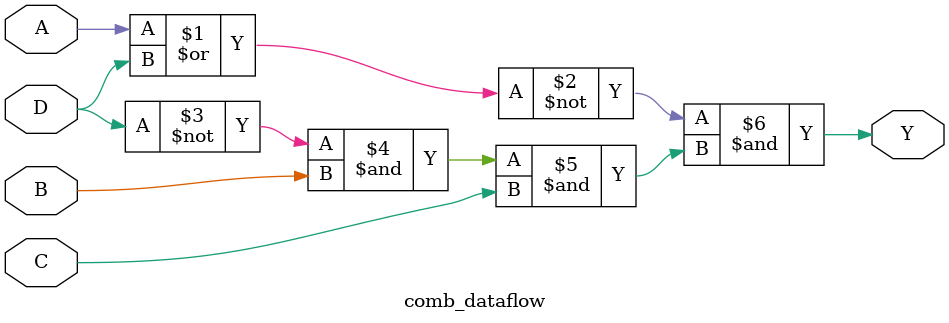
<source format=v>
module comb_dataflow(output Y,
                     input A, B, C, D);

assign Y=(~(A|D))&((~D)&B&C);
                     
endmodule

</source>
